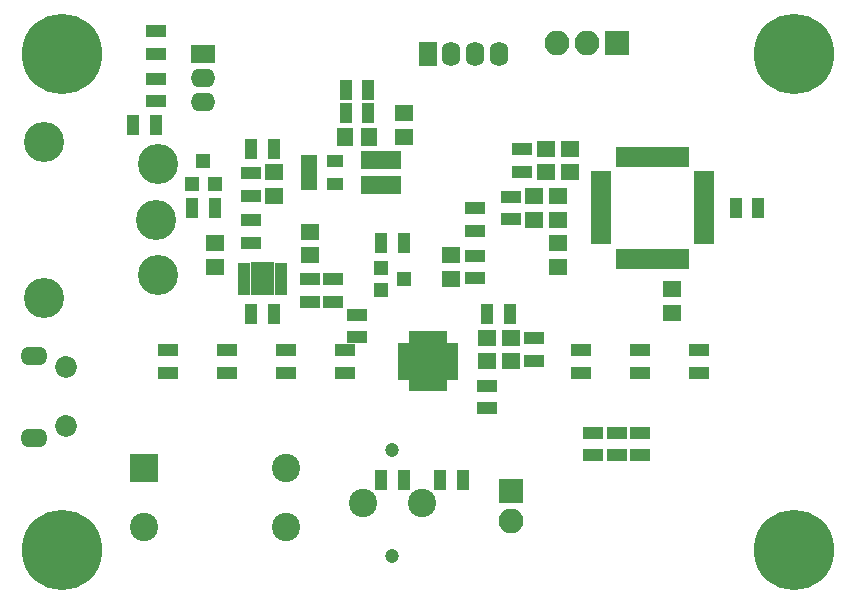
<source format=gbs>
G04 #@! TF.FileFunction,Soldermask,Bot*
%FSLAX46Y46*%
G04 Gerber Fmt 4.6, Leading zero omitted, Abs format (unit mm)*
G04 Created by KiCad (PCBNEW 4.0.7-e2-6376~58~ubuntu16.04.1) date Wed Aug 29 00:25:47 2018*
%MOMM*%
%LPD*%
G01*
G04 APERTURE LIST*
%ADD10C,0.100000*%
%ADD11R,2.400000X2.400000*%
%ADD12C,2.400000*%
%ADD13R,1.150000X0.700000*%
%ADD14R,1.250000X0.700000*%
%ADD15R,0.700000X1.150000*%
%ADD16R,0.700000X1.250000*%
%ADD17R,3.000000X3.000000*%
%ADD18R,1.650000X1.400000*%
%ADD19R,1.400000X1.650000*%
%ADD20R,2.100000X2.100000*%
%ADD21O,2.100000X2.100000*%
%ADD22R,1.600000X2.100000*%
%ADD23O,1.600000X2.100000*%
%ADD24R,3.450000X1.540000*%
%ADD25R,1.700000X1.100000*%
%ADD26C,6.800000*%
%ADD27R,1.200000X1.300000*%
%ADD28R,1.300000X1.200000*%
%ADD29R,1.100000X1.700000*%
%ADD30R,1.050000X0.700000*%
%ADD31R,1.175000X1.640000*%
%ADD32R,1.460000X1.050000*%
%ADD33R,1.700000X0.650000*%
%ADD34R,0.650000X1.700000*%
%ADD35C,1.200000*%
%ADD36C,3.400000*%
%ADD37R,2.099260X1.598880*%
%ADD38O,2.099260X1.598880*%
%ADD39C,1.850000*%
%ADD40O,2.300000X1.600000*%
G04 APERTURE END LIST*
D10*
D11*
X39000000Y-99000000D03*
D12*
X51000000Y-99000000D03*
X51000000Y-104000000D03*
X39000000Y-104000000D03*
D13*
X61050000Y-91250000D03*
D14*
X61050000Y-90750000D03*
X61050000Y-90250000D03*
X61050000Y-89750000D03*
X61050000Y-89250000D03*
D13*
X61050000Y-88750000D03*
D15*
X61750000Y-88050000D03*
D16*
X62250000Y-88050000D03*
X62750000Y-88050000D03*
X63250000Y-88050000D03*
X63750000Y-88050000D03*
D15*
X64250000Y-88050000D03*
D13*
X64950000Y-88750000D03*
D14*
X64950000Y-89250000D03*
X64950000Y-89750000D03*
X64950000Y-90250000D03*
X64950000Y-90750000D03*
D13*
X64950000Y-91250000D03*
D15*
X64250000Y-91950000D03*
D16*
X63750000Y-91950000D03*
X63250000Y-91950000D03*
X62750000Y-91950000D03*
X62250000Y-91950000D03*
D15*
X61750000Y-91950000D03*
D17*
X63000000Y-90000000D03*
D18*
X50000000Y-76000000D03*
X50000000Y-74000000D03*
D19*
X58000000Y-71000000D03*
X56000000Y-71000000D03*
D18*
X61000000Y-71000000D03*
X61000000Y-69000000D03*
X74000000Y-80000000D03*
X74000000Y-82000000D03*
X65000000Y-81000000D03*
X65000000Y-83000000D03*
X83700000Y-83900000D03*
X83700000Y-85900000D03*
X74000000Y-76000000D03*
X74000000Y-78000000D03*
X72000000Y-76000000D03*
X72000000Y-78000000D03*
X75000000Y-74000000D03*
X75000000Y-72000000D03*
X73000000Y-74000000D03*
X73000000Y-72000000D03*
X70000000Y-88000000D03*
X70000000Y-90000000D03*
X68000000Y-88000000D03*
X68000000Y-90000000D03*
D20*
X79000000Y-63000000D03*
D21*
X76460000Y-63000000D03*
X73920000Y-63000000D03*
D22*
X63000000Y-64000000D03*
D23*
X65000000Y-64000000D03*
X67000000Y-64000000D03*
X69000000Y-64000000D03*
D24*
X59000000Y-75080000D03*
X59000000Y-72920000D03*
D25*
X71000000Y-72050000D03*
X71000000Y-73950000D03*
D26*
X94000000Y-64000000D03*
X32000000Y-106000000D03*
X32000000Y-64000000D03*
X94000000Y-106000000D03*
D27*
X44950000Y-75000000D03*
X43050000Y-75000000D03*
X44000000Y-73000000D03*
D28*
X59000000Y-83950000D03*
X59000000Y-82050000D03*
X61000000Y-83000000D03*
D25*
X41000000Y-90950000D03*
X41000000Y-89050000D03*
X46000000Y-90950000D03*
X46000000Y-89050000D03*
X51000000Y-90950000D03*
X51000000Y-89050000D03*
X56000000Y-90950000D03*
X56000000Y-89050000D03*
X48000000Y-78050000D03*
X48000000Y-79950000D03*
X57000000Y-87950000D03*
X57000000Y-86050000D03*
D29*
X59050000Y-80000000D03*
X60950000Y-80000000D03*
X43050000Y-77000000D03*
X44950000Y-77000000D03*
X68050000Y-86000000D03*
X69950000Y-86000000D03*
X48050000Y-72000000D03*
X49950000Y-72000000D03*
D25*
X72000000Y-89950000D03*
X72000000Y-88050000D03*
X76000000Y-90950000D03*
X76000000Y-89050000D03*
X81000000Y-90950000D03*
X81000000Y-89050000D03*
X86000000Y-90950000D03*
X86000000Y-89050000D03*
X77000000Y-97950000D03*
X77000000Y-96050000D03*
X79000000Y-97950000D03*
X79000000Y-96050000D03*
X81000000Y-97950000D03*
X81000000Y-96050000D03*
X40000000Y-63950000D03*
X40000000Y-62050000D03*
D29*
X48050000Y-86000000D03*
X49950000Y-86000000D03*
D25*
X40000000Y-67950000D03*
X40000000Y-66050000D03*
D29*
X57950000Y-69000000D03*
X56050000Y-69000000D03*
X56050000Y-67000000D03*
X57950000Y-67000000D03*
X64050000Y-100000000D03*
X65950000Y-100000000D03*
D25*
X55000000Y-83050000D03*
X55000000Y-84950000D03*
X53000000Y-83050000D03*
X53000000Y-84950000D03*
X67000000Y-77050000D03*
X67000000Y-78950000D03*
X67000000Y-81050000D03*
X67000000Y-82950000D03*
X70000000Y-76050000D03*
X70000000Y-77950000D03*
D29*
X60950000Y-100000000D03*
X59050000Y-100000000D03*
D25*
X68000000Y-92050000D03*
X68000000Y-93950000D03*
D29*
X89050000Y-77000000D03*
X90950000Y-77000000D03*
D20*
X70000000Y-101000000D03*
D21*
X70000000Y-103540000D03*
D30*
X50550000Y-82000000D03*
X50550000Y-82500000D03*
X50550000Y-83000000D03*
X50550000Y-83500000D03*
X50550000Y-84000000D03*
X47450000Y-84000000D03*
X47450000Y-83500000D03*
X47450000Y-83000000D03*
X47450000Y-82500000D03*
X47450000Y-82000000D03*
D31*
X48612500Y-83620000D03*
X48612500Y-82380000D03*
X49387500Y-83620000D03*
X49387500Y-82380000D03*
D32*
X52900000Y-74950000D03*
X52900000Y-74000000D03*
X52900000Y-73050000D03*
X55100000Y-73050000D03*
X55100000Y-74950000D03*
D33*
X77650000Y-79750000D03*
X77650000Y-79250000D03*
X77650000Y-78750000D03*
X77650000Y-78250000D03*
X77650000Y-77750000D03*
X77650000Y-77250000D03*
X77650000Y-76750000D03*
X77650000Y-76250000D03*
X77650000Y-75750000D03*
X77650000Y-75250000D03*
X77650000Y-74750000D03*
X77650000Y-74250000D03*
D34*
X79250000Y-72650000D03*
X79750000Y-72650000D03*
X80250000Y-72650000D03*
X80750000Y-72650000D03*
X81250000Y-72650000D03*
X81750000Y-72650000D03*
X82250000Y-72650000D03*
X82750000Y-72650000D03*
X83250000Y-72650000D03*
X83750000Y-72650000D03*
X84250000Y-72650000D03*
X84750000Y-72650000D03*
D33*
X86350000Y-74250000D03*
X86350000Y-74750000D03*
X86350000Y-75250000D03*
X86350000Y-75750000D03*
X86350000Y-76250000D03*
X86350000Y-76750000D03*
X86350000Y-77250000D03*
X86350000Y-77750000D03*
X86350000Y-78250000D03*
X86350000Y-78750000D03*
X86350000Y-79250000D03*
X86350000Y-79750000D03*
D34*
X84750000Y-81350000D03*
X84250000Y-81350000D03*
X83750000Y-81350000D03*
X83250000Y-81350000D03*
X82750000Y-81350000D03*
X82250000Y-81350000D03*
X81750000Y-81350000D03*
X81250000Y-81350000D03*
X80750000Y-81350000D03*
X80250000Y-81350000D03*
X79750000Y-81350000D03*
X79250000Y-81350000D03*
D12*
X62500000Y-102000000D03*
X57500000Y-102000000D03*
D35*
X60000000Y-97500000D03*
X60000000Y-106500000D03*
D36*
X40127000Y-82699000D03*
X40000000Y-78000000D03*
X40127000Y-73301000D03*
X30475000Y-84604000D03*
X30475000Y-71396000D03*
D37*
X44000000Y-64001020D03*
D38*
X44000000Y-66000000D03*
X44000000Y-67998980D03*
D29*
X38050000Y-70000000D03*
X39950000Y-70000000D03*
D39*
X32350000Y-90500000D03*
X32350000Y-95500000D03*
D40*
X29650000Y-89500000D03*
X29650000Y-96500000D03*
D18*
X53000000Y-81000000D03*
X53000000Y-79000000D03*
X45000000Y-82000000D03*
X45000000Y-80000000D03*
D25*
X48000000Y-75950000D03*
X48000000Y-74050000D03*
M02*

</source>
